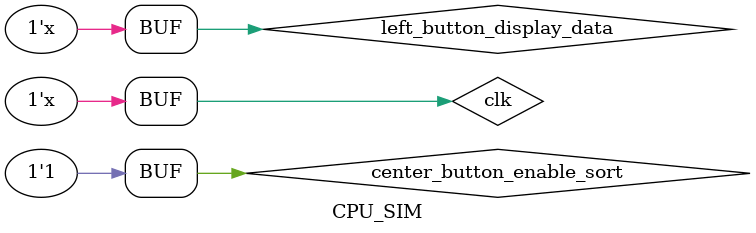
<source format=v>
`timescale 1ns / 1ps
module CPU_SIM();
    reg clk;
    reg left_button_display_data;
    reg center_button_enable_sort;    
    wire [7:0] instruction_counter;
    wire finished_sort;    
    wire clk_enable;

    wire [6:0] DisplaySeg;
    wire [3:0] DisplayAnode;
    

   /*
module CPU(
    input clk,
    input left_button_display_data,
    input center_button_enable_sort,
    output wire [7:0] instruction_counter,
    output wire finished_sort,
    output wire [6:0] DisplaySegment,
    output wire [3:0] DisplayLED    
);       
   */ 
    
    CPU CPU_SIMULATION(clk,
    left_button_display_data,
    center_button_enable_sort,
    instruction_counter,
    finished_sort,    
    clk_enable,    
    DisplaySeg,
    DisplayAnode);
   
    initial 
    begin
     clk = 0; 
     center_button_enable_sort = 1;   
     left_button_display_data = 0;     
    end
    always 
    begin 
    #10 clk = ~clk;
    #10 left_button_display_data = ~left_button_display_data;
    end
endmodule

</source>
